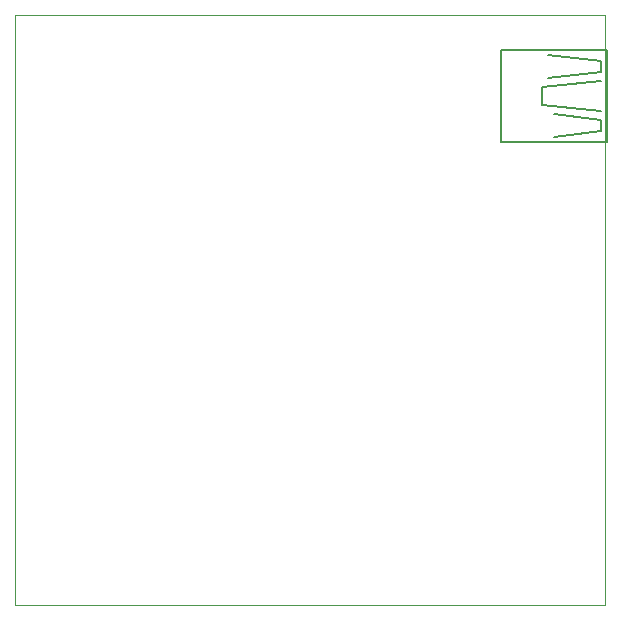
<source format=gbo>
G75*
%MOIN*%
%OFA0B0*%
%FSLAX25Y25*%
%IPPOS*%
%LPD*%
%AMOC8*
5,1,8,0,0,1.08239X$1,22.5*
%
%ADD10C,0.00000*%
%ADD11C,0.00500*%
D10*
X0006250Y0001800D02*
X0006250Y0198650D01*
X0203100Y0198650D01*
X0203100Y0001800D01*
X0006250Y0001800D01*
D11*
X0168219Y0156209D02*
X0203652Y0156209D01*
X0203652Y0186918D01*
X0168219Y0186918D01*
X0168219Y0156209D01*
X0181998Y0168611D02*
X0181998Y0174517D01*
X0201683Y0176485D01*
X0201683Y0179438D02*
X0183967Y0177469D01*
X0183967Y0185343D02*
X0201683Y0183375D01*
X0201683Y0179438D01*
X0201683Y0166643D02*
X0181998Y0168611D01*
X0185935Y0165658D02*
X0201683Y0163690D01*
X0201683Y0159753D01*
X0185935Y0157784D01*
M02*

</source>
